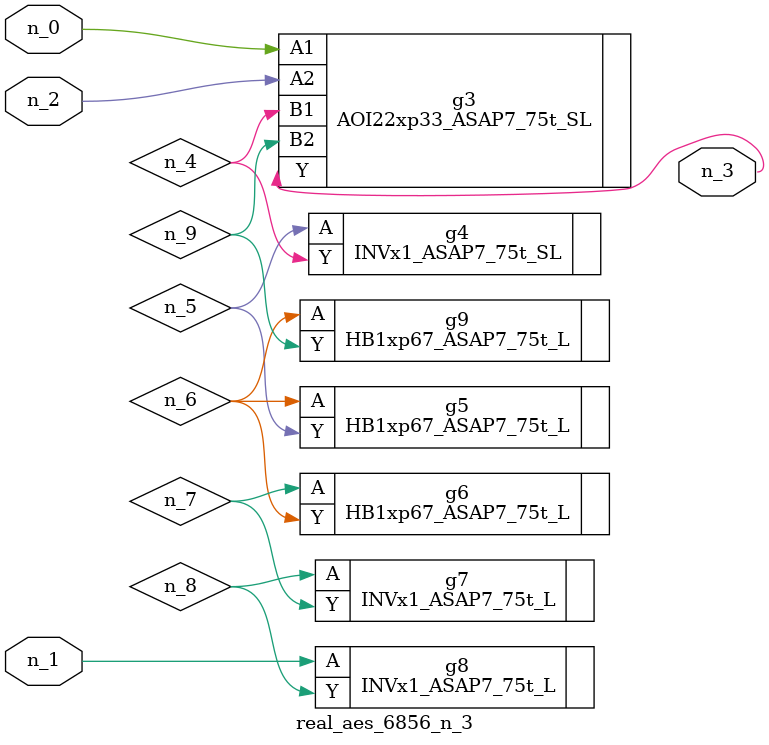
<source format=v>
module real_aes_6856_n_3 (n_0, n_2, n_1, n_3);
input n_0;
input n_2;
input n_1;
output n_3;
wire n_4;
wire n_5;
wire n_7;
wire n_9;
wire n_6;
wire n_8;
AOI22xp33_ASAP7_75t_SL g3 ( .A1(n_0), .A2(n_2), .B1(n_4), .B2(n_9), .Y(n_3) );
INVx1_ASAP7_75t_L g8 ( .A(n_1), .Y(n_8) );
INVx1_ASAP7_75t_SL g4 ( .A(n_5), .Y(n_4) );
HB1xp67_ASAP7_75t_L g5 ( .A(n_6), .Y(n_5) );
HB1xp67_ASAP7_75t_L g9 ( .A(n_6), .Y(n_9) );
HB1xp67_ASAP7_75t_L g6 ( .A(n_7), .Y(n_6) );
INVx1_ASAP7_75t_L g7 ( .A(n_8), .Y(n_7) );
endmodule
</source>
